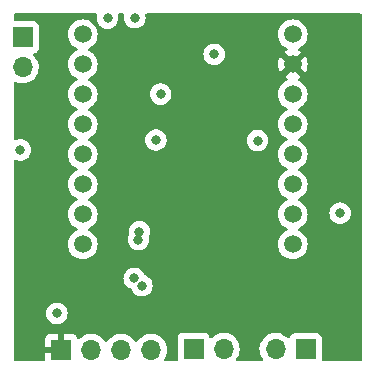
<source format=gbr>
%TF.GenerationSoftware,KiCad,Pcbnew,(6.0.9)*%
%TF.CreationDate,2023-11-13T03:06:44-05:00*%
%TF.ProjectId,ALRT_v1,414c5254-5f76-4312-9e6b-696361645f70,rev?*%
%TF.SameCoordinates,Original*%
%TF.FileFunction,Copper,L3,Inr*%
%TF.FilePolarity,Positive*%
%FSLAX46Y46*%
G04 Gerber Fmt 4.6, Leading zero omitted, Abs format (unit mm)*
G04 Created by KiCad (PCBNEW (6.0.9)) date 2023-11-13 03:06:44*
%MOMM*%
%LPD*%
G01*
G04 APERTURE LIST*
%TA.AperFunction,ComponentPad*%
%ADD10R,1.700000X1.700000*%
%TD*%
%TA.AperFunction,ComponentPad*%
%ADD11O,1.700000X1.700000*%
%TD*%
%TA.AperFunction,ComponentPad*%
%ADD12C,1.500000*%
%TD*%
%TA.AperFunction,ViaPad*%
%ADD13C,0.800000*%
%TD*%
G04 APERTURE END LIST*
D10*
%TO.N,/Vib_out*%
%TO.C,J3*%
X112263000Y-100025200D03*
D11*
%TO.N,GND*%
X114803000Y-100025200D03*
%TD*%
D10*
%TO.N,+3V3*%
%TO.C,J4*%
X101051200Y-100101400D03*
D11*
%TO.N,GND*%
X103591200Y-100101400D03*
%TO.N,/SDA*%
X106131200Y-100101400D03*
%TO.N,/SCL*%
X108671200Y-100101400D03*
%TD*%
D10*
%TO.N,+BATT*%
%TO.C,J1*%
X97790000Y-73660000D03*
D11*
%TO.N,GND*%
X97790000Y-76200000D03*
%TD*%
D10*
%TO.N,/Electrode_p*%
%TO.C,J2*%
X121742200Y-100050600D03*
D11*
%TO.N,/Electrode_n*%
X119202200Y-100050600D03*
%TD*%
D12*
%TO.N,GND*%
%TO.C,U1*%
X120650000Y-73410000D03*
%TO.N,+3V3*%
X120650000Y-75950000D03*
%TO.N,/Vref*%
X120650000Y-78490000D03*
%TO.N,/LED1*%
X120650000Y-81030000D03*
%TO.N,/LED2*%
X120650000Y-83570000D03*
%TO.N,/LED3*%
X120650000Y-86110000D03*
%TO.N,/LED4*%
X120650000Y-88650000D03*
%TO.N,/Shock_chg*%
X120650000Y-91190000D03*
%TO.N,+BATT*%
X102870000Y-73410000D03*
%TO.N,GND*%
X102870000Y-75950000D03*
%TO.N,unconnected-(U1-Pad11)*%
X102870000Y-78490000D03*
%TO.N,/Vib*%
X102870000Y-81030000D03*
%TO.N,/PBNO*%
X102870000Y-83570000D03*
%TO.N,/SDA*%
X102870000Y-86110000D03*
%TO.N,/SCL*%
X102870000Y-88650000D03*
%TO.N,/Shock_dis*%
X102870000Y-91190000D03*
%TD*%
D13*
%TO.N,GND*%
X97600000Y-83198200D03*
X107238800Y-94056200D03*
X100685600Y-97028000D03*
X107878550Y-94683150D03*
X107594400Y-90779600D03*
X107670600Y-90119200D03*
%TO.N,+3V3*%
X112369600Y-78155800D03*
%TO.N,GND*%
X109474000Y-78460600D03*
%TO.N,+3V3*%
X104851200Y-94335600D03*
X106476800Y-78525685D03*
X110955400Y-86241200D03*
X114808000Y-89865200D03*
%TO.N,GND*%
X114008200Y-75094800D03*
X109067600Y-82346800D03*
X117678200Y-82397600D03*
X124663200Y-88544400D03*
%TO.N,/SCL*%
X107289600Y-71983600D03*
%TO.N,/SDA*%
X104978200Y-72034400D03*
%TD*%
%TA.AperFunction,Conductor*%
%TO.N,+3V3*%
G36*
X104049529Y-71648502D02*
G01*
X104096022Y-71702158D01*
X104106126Y-71772432D01*
X104101242Y-71793431D01*
X104084658Y-71844472D01*
X104064696Y-72034400D01*
X104065386Y-72040965D01*
X104079979Y-72179806D01*
X104084658Y-72224328D01*
X104143673Y-72405956D01*
X104146976Y-72411678D01*
X104146977Y-72411679D01*
X104180886Y-72470410D01*
X104239160Y-72571344D01*
X104243578Y-72576251D01*
X104243579Y-72576252D01*
X104324703Y-72666349D01*
X104366947Y-72713266D01*
X104521448Y-72825518D01*
X104527476Y-72828202D01*
X104527478Y-72828203D01*
X104670994Y-72892100D01*
X104695912Y-72903194D01*
X104789312Y-72923047D01*
X104876256Y-72941528D01*
X104876261Y-72941528D01*
X104882713Y-72942900D01*
X105073687Y-72942900D01*
X105080139Y-72941528D01*
X105080144Y-72941528D01*
X105167088Y-72923047D01*
X105260488Y-72903194D01*
X105285406Y-72892100D01*
X105428922Y-72828203D01*
X105428924Y-72828202D01*
X105434952Y-72825518D01*
X105589453Y-72713266D01*
X105631697Y-72666349D01*
X105712821Y-72576252D01*
X105712822Y-72576251D01*
X105717240Y-72571344D01*
X105775514Y-72470410D01*
X105809423Y-72411679D01*
X105809424Y-72411678D01*
X105812727Y-72405956D01*
X105871742Y-72224328D01*
X105876422Y-72179806D01*
X105891014Y-72040965D01*
X105891704Y-72034400D01*
X105871742Y-71844472D01*
X105855159Y-71793435D01*
X105853131Y-71722469D01*
X105889793Y-71661671D01*
X105953505Y-71630346D01*
X105974992Y-71628500D01*
X106276302Y-71628500D01*
X106344423Y-71648502D01*
X106390916Y-71702158D01*
X106401020Y-71772432D01*
X106399058Y-71780846D01*
X106399471Y-71780934D01*
X106398098Y-71787395D01*
X106396058Y-71793672D01*
X106376096Y-71983600D01*
X106376786Y-71990165D01*
X106395255Y-72165885D01*
X106396058Y-72173528D01*
X106455073Y-72355156D01*
X106550560Y-72520544D01*
X106554978Y-72525451D01*
X106554979Y-72525452D01*
X106620267Y-72597962D01*
X106678347Y-72662466D01*
X106832848Y-72774718D01*
X106838876Y-72777402D01*
X106838878Y-72777403D01*
X107001281Y-72849709D01*
X107007312Y-72852394D01*
X107100713Y-72872247D01*
X107187656Y-72890728D01*
X107187661Y-72890728D01*
X107194113Y-72892100D01*
X107385087Y-72892100D01*
X107391539Y-72890728D01*
X107391544Y-72890728D01*
X107478487Y-72872247D01*
X107571888Y-72852394D01*
X107577919Y-72849709D01*
X107740322Y-72777403D01*
X107740324Y-72777402D01*
X107746352Y-72774718D01*
X107900853Y-72662466D01*
X107958933Y-72597962D01*
X108024221Y-72525452D01*
X108024222Y-72525451D01*
X108028640Y-72520544D01*
X108124127Y-72355156D01*
X108183142Y-72173528D01*
X108183946Y-72165885D01*
X108202414Y-71990165D01*
X108203104Y-71983600D01*
X108183142Y-71793672D01*
X108181102Y-71787395D01*
X108179729Y-71780934D01*
X108182717Y-71780299D01*
X108180998Y-71722617D01*
X108217587Y-71661775D01*
X108281261Y-71630372D01*
X108302898Y-71628500D01*
X126365500Y-71628500D01*
X126433621Y-71648502D01*
X126480114Y-71702158D01*
X126491500Y-71754500D01*
X126491500Y-100965500D01*
X126471498Y-101033621D01*
X126417842Y-101080114D01*
X126365500Y-101091500D01*
X123225620Y-101091500D01*
X123157499Y-101071498D01*
X123111006Y-101017842D01*
X123100951Y-100955572D01*
X123100147Y-100955528D01*
X123100331Y-100952131D01*
X123100700Y-100948734D01*
X123100700Y-99152466D01*
X123093945Y-99090284D01*
X123042815Y-98953895D01*
X122955461Y-98837339D01*
X122838905Y-98749985D01*
X122702516Y-98698855D01*
X122640334Y-98692100D01*
X120844066Y-98692100D01*
X120781884Y-98698855D01*
X120645495Y-98749985D01*
X120528939Y-98837339D01*
X120441585Y-98953895D01*
X120438433Y-98962303D01*
X120397119Y-99072507D01*
X120354477Y-99129271D01*
X120287916Y-99153971D01*
X120218567Y-99138763D01*
X120185943Y-99113076D01*
X120135351Y-99057475D01*
X120135342Y-99057466D01*
X120131870Y-99053651D01*
X120127819Y-99050452D01*
X120127815Y-99050448D01*
X119960614Y-98918400D01*
X119960610Y-98918398D01*
X119956559Y-98915198D01*
X119760989Y-98807238D01*
X119756120Y-98805514D01*
X119756116Y-98805512D01*
X119555287Y-98734395D01*
X119555283Y-98734394D01*
X119550412Y-98732669D01*
X119545319Y-98731762D01*
X119545316Y-98731761D01*
X119335573Y-98694400D01*
X119335567Y-98694399D01*
X119330484Y-98693494D01*
X119256652Y-98692592D01*
X119112281Y-98690828D01*
X119112279Y-98690828D01*
X119107111Y-98690765D01*
X118886291Y-98724555D01*
X118673956Y-98793957D01*
X118475807Y-98897107D01*
X118471674Y-98900210D01*
X118471671Y-98900212D01*
X118305405Y-99025048D01*
X118297165Y-99031235D01*
X118272080Y-99057485D01*
X118203480Y-99129271D01*
X118142829Y-99192738D01*
X118139915Y-99197010D01*
X118139914Y-99197011D01*
X118105266Y-99247803D01*
X118016943Y-99377280D01*
X117922888Y-99579905D01*
X117863189Y-99795170D01*
X117839451Y-100017295D01*
X117839748Y-100022448D01*
X117839748Y-100022451D01*
X117844107Y-100098046D01*
X117852310Y-100240315D01*
X117853447Y-100245361D01*
X117853448Y-100245367D01*
X117875680Y-100344014D01*
X117901422Y-100458239D01*
X117985466Y-100665216D01*
X118102187Y-100855688D01*
X118105565Y-100859588D01*
X118105566Y-100859589D01*
X118125848Y-100883003D01*
X118155330Y-100947588D01*
X118145215Y-101017861D01*
X118098714Y-101071509D01*
X118030610Y-101091500D01*
X115955430Y-101091500D01*
X115887309Y-101071498D01*
X115840816Y-101017842D01*
X115830712Y-100947568D01*
X115853107Y-100891974D01*
X115968435Y-100731477D01*
X115971453Y-100727277D01*
X115977019Y-100716016D01*
X116068136Y-100531653D01*
X116068137Y-100531651D01*
X116070430Y-100527011D01*
X116135370Y-100313269D01*
X116164529Y-100091790D01*
X116166156Y-100025200D01*
X116147852Y-99802561D01*
X116093431Y-99585902D01*
X116004354Y-99381040D01*
X115915400Y-99243538D01*
X115885822Y-99197817D01*
X115885820Y-99197814D01*
X115883014Y-99193477D01*
X115732670Y-99028251D01*
X115728619Y-99025052D01*
X115728615Y-99025048D01*
X115561414Y-98893000D01*
X115561410Y-98892998D01*
X115557359Y-98889798D01*
X115361789Y-98781838D01*
X115356920Y-98780114D01*
X115356916Y-98780112D01*
X115156087Y-98708995D01*
X115156083Y-98708994D01*
X115151212Y-98707269D01*
X115146119Y-98706362D01*
X115146116Y-98706361D01*
X114936373Y-98669000D01*
X114936367Y-98668999D01*
X114931284Y-98668094D01*
X114857452Y-98667192D01*
X114713081Y-98665428D01*
X114713079Y-98665428D01*
X114707911Y-98665365D01*
X114487091Y-98699155D01*
X114274756Y-98768557D01*
X114247855Y-98782561D01*
X114128835Y-98844519D01*
X114076607Y-98871707D01*
X114072474Y-98874810D01*
X114072471Y-98874812D01*
X113902100Y-99002730D01*
X113897965Y-99005835D01*
X113821575Y-99085773D01*
X113817283Y-99090264D01*
X113755759Y-99125694D01*
X113684846Y-99122237D01*
X113627060Y-99080991D01*
X113608207Y-99047443D01*
X113566767Y-98936903D01*
X113563615Y-98928495D01*
X113476261Y-98811939D01*
X113359705Y-98724585D01*
X113223316Y-98673455D01*
X113161134Y-98666700D01*
X111364866Y-98666700D01*
X111302684Y-98673455D01*
X111166295Y-98724585D01*
X111049739Y-98811939D01*
X110962385Y-98928495D01*
X110911255Y-99064884D01*
X110904500Y-99127066D01*
X110904500Y-100923334D01*
X110904868Y-100926726D01*
X110904869Y-100926736D01*
X110907602Y-100951894D01*
X110895073Y-101021776D01*
X110846752Y-101073791D01*
X110782339Y-101091500D01*
X109878385Y-101091500D01*
X109810264Y-101071498D01*
X109763771Y-101017842D01*
X109753667Y-100947568D01*
X109776062Y-100891974D01*
X109836635Y-100807677D01*
X109839653Y-100803477D01*
X109875238Y-100731477D01*
X109936336Y-100607853D01*
X109936337Y-100607851D01*
X109938630Y-100603211D01*
X110003570Y-100389469D01*
X110032729Y-100167990D01*
X110034356Y-100101400D01*
X110016052Y-99878761D01*
X109961631Y-99662102D01*
X109872554Y-99457240D01*
X109751214Y-99269677D01*
X109600870Y-99104451D01*
X109596819Y-99101252D01*
X109596815Y-99101248D01*
X109429614Y-98969200D01*
X109429610Y-98969198D01*
X109425559Y-98965998D01*
X109418866Y-98962303D01*
X109357622Y-98928495D01*
X109229989Y-98858038D01*
X109225120Y-98856314D01*
X109225116Y-98856312D01*
X109024287Y-98785195D01*
X109024283Y-98785194D01*
X109019412Y-98783469D01*
X109014319Y-98782562D01*
X109014316Y-98782561D01*
X108804573Y-98745200D01*
X108804567Y-98745199D01*
X108799484Y-98744294D01*
X108725652Y-98743392D01*
X108581281Y-98741628D01*
X108581279Y-98741628D01*
X108576111Y-98741565D01*
X108355291Y-98775355D01*
X108142956Y-98844757D01*
X107944807Y-98947907D01*
X107940674Y-98951010D01*
X107940671Y-98951012D01*
X107770300Y-99078930D01*
X107766165Y-99082035D01*
X107762593Y-99085773D01*
X107635396Y-99218877D01*
X107611829Y-99243538D01*
X107504401Y-99401021D01*
X107449493Y-99446021D01*
X107378968Y-99454192D01*
X107315221Y-99422938D01*
X107294524Y-99398454D01*
X107214022Y-99274017D01*
X107214020Y-99274014D01*
X107211214Y-99269677D01*
X107060870Y-99104451D01*
X107056819Y-99101252D01*
X107056815Y-99101248D01*
X106889614Y-98969200D01*
X106889610Y-98969198D01*
X106885559Y-98965998D01*
X106878866Y-98962303D01*
X106817622Y-98928495D01*
X106689989Y-98858038D01*
X106685120Y-98856314D01*
X106685116Y-98856312D01*
X106484287Y-98785195D01*
X106484283Y-98785194D01*
X106479412Y-98783469D01*
X106474319Y-98782562D01*
X106474316Y-98782561D01*
X106264573Y-98745200D01*
X106264567Y-98745199D01*
X106259484Y-98744294D01*
X106185652Y-98743392D01*
X106041281Y-98741628D01*
X106041279Y-98741628D01*
X106036111Y-98741565D01*
X105815291Y-98775355D01*
X105602956Y-98844757D01*
X105404807Y-98947907D01*
X105400674Y-98951010D01*
X105400671Y-98951012D01*
X105230300Y-99078930D01*
X105226165Y-99082035D01*
X105222593Y-99085773D01*
X105095396Y-99218877D01*
X105071829Y-99243538D01*
X104964401Y-99401021D01*
X104909493Y-99446021D01*
X104838968Y-99454192D01*
X104775221Y-99422938D01*
X104754524Y-99398454D01*
X104674022Y-99274017D01*
X104674020Y-99274014D01*
X104671214Y-99269677D01*
X104520870Y-99104451D01*
X104516819Y-99101252D01*
X104516815Y-99101248D01*
X104349614Y-98969200D01*
X104349610Y-98969198D01*
X104345559Y-98965998D01*
X104338866Y-98962303D01*
X104277622Y-98928495D01*
X104149989Y-98858038D01*
X104145120Y-98856314D01*
X104145116Y-98856312D01*
X103944287Y-98785195D01*
X103944283Y-98785194D01*
X103939412Y-98783469D01*
X103934319Y-98782562D01*
X103934316Y-98782561D01*
X103724573Y-98745200D01*
X103724567Y-98745199D01*
X103719484Y-98744294D01*
X103645652Y-98743392D01*
X103501281Y-98741628D01*
X103501279Y-98741628D01*
X103496111Y-98741565D01*
X103275291Y-98775355D01*
X103062956Y-98844757D01*
X102864807Y-98947907D01*
X102860674Y-98951010D01*
X102860671Y-98951012D01*
X102690300Y-99078930D01*
X102686165Y-99082035D01*
X102682593Y-99085773D01*
X102605098Y-99166866D01*
X102543574Y-99202295D01*
X102472662Y-99198838D01*
X102414876Y-99157592D01*
X102396023Y-99124044D01*
X102354524Y-99013346D01*
X102345986Y-98997751D01*
X102269485Y-98895676D01*
X102256924Y-98883115D01*
X102154849Y-98806614D01*
X102139254Y-98798076D01*
X102018806Y-98752922D01*
X102003551Y-98749295D01*
X101952686Y-98743769D01*
X101945872Y-98743400D01*
X101323315Y-98743400D01*
X101308076Y-98747875D01*
X101306871Y-98749265D01*
X101305200Y-98756948D01*
X101305200Y-100229400D01*
X101285198Y-100297521D01*
X101231542Y-100344014D01*
X101179200Y-100355400D01*
X99711316Y-100355400D01*
X99696077Y-100359875D01*
X99694872Y-100361265D01*
X99693201Y-100368948D01*
X99693201Y-100965500D01*
X99673199Y-101033621D01*
X99619543Y-101080114D01*
X99567201Y-101091500D01*
X97154500Y-101091500D01*
X97086379Y-101071498D01*
X97039886Y-101017842D01*
X97028500Y-100965500D01*
X97028500Y-99829285D01*
X99693200Y-99829285D01*
X99697675Y-99844524D01*
X99699065Y-99845729D01*
X99706748Y-99847400D01*
X100779085Y-99847400D01*
X100794324Y-99842925D01*
X100795529Y-99841535D01*
X100797200Y-99833852D01*
X100797200Y-98761516D01*
X100792725Y-98746277D01*
X100791335Y-98745072D01*
X100783652Y-98743401D01*
X100156531Y-98743401D01*
X100149710Y-98743771D01*
X100098848Y-98749295D01*
X100083596Y-98752921D01*
X99963146Y-98798076D01*
X99947551Y-98806614D01*
X99845476Y-98883115D01*
X99832915Y-98895676D01*
X99756414Y-98997751D01*
X99747876Y-99013346D01*
X99702722Y-99133794D01*
X99699095Y-99149049D01*
X99693569Y-99199914D01*
X99693200Y-99206728D01*
X99693200Y-99829285D01*
X97028500Y-99829285D01*
X97028500Y-97028000D01*
X99772096Y-97028000D01*
X99792058Y-97217928D01*
X99851073Y-97399556D01*
X99946560Y-97564944D01*
X100074347Y-97706866D01*
X100228848Y-97819118D01*
X100234876Y-97821802D01*
X100234878Y-97821803D01*
X100397281Y-97894109D01*
X100403312Y-97896794D01*
X100496712Y-97916647D01*
X100583656Y-97935128D01*
X100583661Y-97935128D01*
X100590113Y-97936500D01*
X100781087Y-97936500D01*
X100787539Y-97935128D01*
X100787544Y-97935128D01*
X100874488Y-97916647D01*
X100967888Y-97896794D01*
X100973919Y-97894109D01*
X101136322Y-97821803D01*
X101136324Y-97821802D01*
X101142352Y-97819118D01*
X101296853Y-97706866D01*
X101424640Y-97564944D01*
X101520127Y-97399556D01*
X101579142Y-97217928D01*
X101599104Y-97028000D01*
X101579142Y-96838072D01*
X101520127Y-96656444D01*
X101424640Y-96491056D01*
X101296853Y-96349134D01*
X101142352Y-96236882D01*
X101136324Y-96234198D01*
X101136322Y-96234197D01*
X100973919Y-96161891D01*
X100973918Y-96161891D01*
X100967888Y-96159206D01*
X100874488Y-96139353D01*
X100787544Y-96120872D01*
X100787539Y-96120872D01*
X100781087Y-96119500D01*
X100590113Y-96119500D01*
X100583661Y-96120872D01*
X100583656Y-96120872D01*
X100496712Y-96139353D01*
X100403312Y-96159206D01*
X100397282Y-96161891D01*
X100397281Y-96161891D01*
X100234878Y-96234197D01*
X100234876Y-96234198D01*
X100228848Y-96236882D01*
X100074347Y-96349134D01*
X99946560Y-96491056D01*
X99851073Y-96656444D01*
X99792058Y-96838072D01*
X99772096Y-97028000D01*
X97028500Y-97028000D01*
X97028500Y-94056200D01*
X106325296Y-94056200D01*
X106345258Y-94246128D01*
X106404273Y-94427756D01*
X106499760Y-94593144D01*
X106504178Y-94598051D01*
X106504179Y-94598052D01*
X106580802Y-94683150D01*
X106627547Y-94735066D01*
X106782048Y-94847318D01*
X106788076Y-94850002D01*
X106788078Y-94850003D01*
X106956512Y-94924994D01*
X106955463Y-94927350D01*
X107004531Y-94960917D01*
X107026806Y-95001719D01*
X107044023Y-95054706D01*
X107139510Y-95220094D01*
X107267297Y-95362016D01*
X107421798Y-95474268D01*
X107427826Y-95476952D01*
X107427828Y-95476953D01*
X107590231Y-95549259D01*
X107596262Y-95551944D01*
X107689662Y-95571797D01*
X107776606Y-95590278D01*
X107776611Y-95590278D01*
X107783063Y-95591650D01*
X107974037Y-95591650D01*
X107980489Y-95590278D01*
X107980494Y-95590278D01*
X108067438Y-95571797D01*
X108160838Y-95551944D01*
X108166869Y-95549259D01*
X108329272Y-95476953D01*
X108329274Y-95476952D01*
X108335302Y-95474268D01*
X108489803Y-95362016D01*
X108617590Y-95220094D01*
X108713077Y-95054706D01*
X108772092Y-94873078D01*
X108774800Y-94847318D01*
X108791364Y-94689715D01*
X108792054Y-94683150D01*
X108772092Y-94493222D01*
X108713077Y-94311594D01*
X108617590Y-94146206D01*
X108542460Y-94062765D01*
X108494225Y-94009195D01*
X108494224Y-94009194D01*
X108489803Y-94004284D01*
X108335302Y-93892032D01*
X108329274Y-93889348D01*
X108329272Y-93889347D01*
X108160838Y-93814356D01*
X108161887Y-93812000D01*
X108112819Y-93778433D01*
X108090544Y-93737631D01*
X108075367Y-93690923D01*
X108073327Y-93684644D01*
X107977840Y-93519256D01*
X107850053Y-93377334D01*
X107695552Y-93265082D01*
X107689524Y-93262398D01*
X107689522Y-93262397D01*
X107527119Y-93190091D01*
X107527118Y-93190091D01*
X107521088Y-93187406D01*
X107427688Y-93167553D01*
X107340744Y-93149072D01*
X107340739Y-93149072D01*
X107334287Y-93147700D01*
X107143313Y-93147700D01*
X107136861Y-93149072D01*
X107136856Y-93149072D01*
X107049913Y-93167553D01*
X106956512Y-93187406D01*
X106950482Y-93190091D01*
X106950481Y-93190091D01*
X106788078Y-93262397D01*
X106788076Y-93262398D01*
X106782048Y-93265082D01*
X106627547Y-93377334D01*
X106499760Y-93519256D01*
X106404273Y-93684644D01*
X106345258Y-93866272D01*
X106344568Y-93872833D01*
X106344568Y-93872835D01*
X106330236Y-94009195D01*
X106325296Y-94056200D01*
X97028500Y-94056200D01*
X97028500Y-91190000D01*
X101606693Y-91190000D01*
X101625885Y-91409371D01*
X101682880Y-91622076D01*
X101726415Y-91715438D01*
X101773618Y-91816666D01*
X101773621Y-91816671D01*
X101775944Y-91821653D01*
X101902251Y-92002038D01*
X102057962Y-92157749D01*
X102238346Y-92284056D01*
X102437924Y-92377120D01*
X102650629Y-92434115D01*
X102870000Y-92453307D01*
X103089371Y-92434115D01*
X103302076Y-92377120D01*
X103501654Y-92284056D01*
X103682038Y-92157749D01*
X103837749Y-92002038D01*
X103964056Y-91821653D01*
X103966379Y-91816671D01*
X103966382Y-91816666D01*
X104013585Y-91715438D01*
X104057120Y-91622076D01*
X104114115Y-91409371D01*
X104133307Y-91190000D01*
X104114115Y-90970629D01*
X104062928Y-90779600D01*
X106680896Y-90779600D01*
X106700858Y-90969528D01*
X106759873Y-91151156D01*
X106855360Y-91316544D01*
X106983147Y-91458466D01*
X107137648Y-91570718D01*
X107143676Y-91573402D01*
X107143678Y-91573403D01*
X107264197Y-91627061D01*
X107312112Y-91648394D01*
X107405513Y-91668247D01*
X107492456Y-91686728D01*
X107492461Y-91686728D01*
X107498913Y-91688100D01*
X107689887Y-91688100D01*
X107696339Y-91686728D01*
X107696344Y-91686728D01*
X107783288Y-91668247D01*
X107876688Y-91648394D01*
X107924603Y-91627061D01*
X108045122Y-91573403D01*
X108045124Y-91573402D01*
X108051152Y-91570718D01*
X108205653Y-91458466D01*
X108333440Y-91316544D01*
X108406500Y-91190000D01*
X119386693Y-91190000D01*
X119405885Y-91409371D01*
X119462880Y-91622076D01*
X119506415Y-91715438D01*
X119553618Y-91816666D01*
X119553621Y-91816671D01*
X119555944Y-91821653D01*
X119682251Y-92002038D01*
X119837962Y-92157749D01*
X120018346Y-92284056D01*
X120217924Y-92377120D01*
X120430629Y-92434115D01*
X120650000Y-92453307D01*
X120869371Y-92434115D01*
X121082076Y-92377120D01*
X121281654Y-92284056D01*
X121462038Y-92157749D01*
X121617749Y-92002038D01*
X121744056Y-91821653D01*
X121746379Y-91816671D01*
X121746382Y-91816666D01*
X121793585Y-91715438D01*
X121837120Y-91622076D01*
X121894115Y-91409371D01*
X121913307Y-91190000D01*
X121894115Y-90970629D01*
X121837120Y-90757924D01*
X121761728Y-90596245D01*
X121746382Y-90563334D01*
X121746379Y-90563329D01*
X121744056Y-90558347D01*
X121714787Y-90516546D01*
X121620908Y-90382473D01*
X121620906Y-90382470D01*
X121617749Y-90377962D01*
X121462038Y-90222251D01*
X121281654Y-90095944D01*
X121276672Y-90093621D01*
X121276667Y-90093618D01*
X121149232Y-90034195D01*
X121095947Y-89987278D01*
X121076486Y-89919001D01*
X121097028Y-89851041D01*
X121149232Y-89805805D01*
X121276667Y-89746382D01*
X121276672Y-89746379D01*
X121281654Y-89744056D01*
X121462038Y-89617749D01*
X121617749Y-89462038D01*
X121624148Y-89452900D01*
X121740899Y-89286162D01*
X121740900Y-89286160D01*
X121744056Y-89281653D01*
X121746379Y-89276671D01*
X121746382Y-89276666D01*
X121834795Y-89087061D01*
X121837120Y-89082076D01*
X121894115Y-88869371D01*
X121913307Y-88650000D01*
X121904068Y-88544400D01*
X123749696Y-88544400D01*
X123769658Y-88734328D01*
X123828673Y-88915956D01*
X123924160Y-89081344D01*
X123928578Y-89086251D01*
X123928579Y-89086252D01*
X124041868Y-89212072D01*
X124051947Y-89223266D01*
X124138516Y-89286162D01*
X124192518Y-89325397D01*
X124206448Y-89335518D01*
X124212476Y-89338202D01*
X124212478Y-89338203D01*
X124374881Y-89410509D01*
X124380912Y-89413194D01*
X124474313Y-89433047D01*
X124561256Y-89451528D01*
X124561261Y-89451528D01*
X124567713Y-89452900D01*
X124758687Y-89452900D01*
X124765139Y-89451528D01*
X124765144Y-89451528D01*
X124852087Y-89433047D01*
X124945488Y-89413194D01*
X124951519Y-89410509D01*
X125113922Y-89338203D01*
X125113924Y-89338202D01*
X125119952Y-89335518D01*
X125133883Y-89325397D01*
X125187884Y-89286162D01*
X125274453Y-89223266D01*
X125284532Y-89212072D01*
X125397821Y-89086252D01*
X125397822Y-89086251D01*
X125402240Y-89081344D01*
X125497727Y-88915956D01*
X125556742Y-88734328D01*
X125576704Y-88544400D01*
X125556742Y-88354472D01*
X125497727Y-88172844D01*
X125402240Y-88007456D01*
X125274453Y-87865534D01*
X125119952Y-87753282D01*
X125113924Y-87750598D01*
X125113922Y-87750597D01*
X124951519Y-87678291D01*
X124951518Y-87678291D01*
X124945488Y-87675606D01*
X124852088Y-87655753D01*
X124765144Y-87637272D01*
X124765139Y-87637272D01*
X124758687Y-87635900D01*
X124567713Y-87635900D01*
X124561261Y-87637272D01*
X124561256Y-87637272D01*
X124474312Y-87655753D01*
X124380912Y-87675606D01*
X124374882Y-87678291D01*
X124374881Y-87678291D01*
X124212478Y-87750597D01*
X124212476Y-87750598D01*
X124206448Y-87753282D01*
X124051947Y-87865534D01*
X123924160Y-88007456D01*
X123828673Y-88172844D01*
X123769658Y-88354472D01*
X123749696Y-88544400D01*
X121904068Y-88544400D01*
X121894115Y-88430629D01*
X121837120Y-88217924D01*
X121793585Y-88124562D01*
X121746382Y-88023334D01*
X121746379Y-88023329D01*
X121744056Y-88018347D01*
X121736430Y-88007456D01*
X121620908Y-87842473D01*
X121620906Y-87842470D01*
X121617749Y-87837962D01*
X121462038Y-87682251D01*
X121281654Y-87555944D01*
X121276672Y-87553621D01*
X121276667Y-87553618D01*
X121149232Y-87494195D01*
X121095947Y-87447278D01*
X121076486Y-87379001D01*
X121097028Y-87311041D01*
X121149232Y-87265805D01*
X121276667Y-87206382D01*
X121276672Y-87206379D01*
X121281654Y-87204056D01*
X121462038Y-87077749D01*
X121617749Y-86922038D01*
X121744056Y-86741653D01*
X121746379Y-86736671D01*
X121746382Y-86736666D01*
X121834795Y-86547061D01*
X121837120Y-86542076D01*
X121894115Y-86329371D01*
X121913307Y-86110000D01*
X121894115Y-85890629D01*
X121837120Y-85677924D01*
X121793585Y-85584562D01*
X121746382Y-85483334D01*
X121746379Y-85483329D01*
X121744056Y-85478347D01*
X121617749Y-85297962D01*
X121462038Y-85142251D01*
X121281654Y-85015944D01*
X121276672Y-85013621D01*
X121276667Y-85013618D01*
X121149232Y-84954195D01*
X121095947Y-84907278D01*
X121076486Y-84839001D01*
X121097028Y-84771041D01*
X121149232Y-84725805D01*
X121276667Y-84666382D01*
X121276672Y-84666379D01*
X121281654Y-84664056D01*
X121462038Y-84537749D01*
X121617749Y-84382038D01*
X121744056Y-84201653D01*
X121746379Y-84196671D01*
X121746382Y-84196666D01*
X121793585Y-84095438D01*
X121837120Y-84002076D01*
X121894115Y-83789371D01*
X121913307Y-83570000D01*
X121894115Y-83350629D01*
X121837120Y-83137924D01*
X121779723Y-83014835D01*
X121746382Y-82943334D01*
X121746379Y-82943329D01*
X121744056Y-82938347D01*
X121740899Y-82933838D01*
X121620908Y-82762473D01*
X121620906Y-82762470D01*
X121617749Y-82757962D01*
X121462038Y-82602251D01*
X121449978Y-82593806D01*
X121359089Y-82530165D01*
X121281654Y-82475944D01*
X121276672Y-82473621D01*
X121276667Y-82473618D01*
X121149232Y-82414195D01*
X121095947Y-82367278D01*
X121076486Y-82299001D01*
X121097028Y-82231041D01*
X121149232Y-82185805D01*
X121276667Y-82126382D01*
X121276672Y-82126379D01*
X121281654Y-82124056D01*
X121462038Y-81997749D01*
X121617749Y-81842038D01*
X121636280Y-81815574D01*
X121740899Y-81666162D01*
X121740900Y-81666160D01*
X121744056Y-81661653D01*
X121746379Y-81656671D01*
X121746382Y-81656666D01*
X121806643Y-81527434D01*
X121837120Y-81462076D01*
X121894115Y-81249371D01*
X121913307Y-81030000D01*
X121894115Y-80810629D01*
X121837120Y-80597924D01*
X121793585Y-80504562D01*
X121746382Y-80403334D01*
X121746379Y-80403329D01*
X121744056Y-80398347D01*
X121617749Y-80217962D01*
X121462038Y-80062251D01*
X121281654Y-79935944D01*
X121276672Y-79933621D01*
X121276667Y-79933618D01*
X121149232Y-79874195D01*
X121095947Y-79827278D01*
X121076486Y-79759001D01*
X121097028Y-79691041D01*
X121149232Y-79645805D01*
X121276667Y-79586382D01*
X121276672Y-79586379D01*
X121281654Y-79584056D01*
X121462038Y-79457749D01*
X121617749Y-79302038D01*
X121651104Y-79254403D01*
X121740899Y-79126162D01*
X121740900Y-79126160D01*
X121744056Y-79121653D01*
X121746379Y-79116671D01*
X121746382Y-79116666D01*
X121834795Y-78927061D01*
X121837120Y-78922076D01*
X121894115Y-78709371D01*
X121913307Y-78490000D01*
X121894115Y-78270629D01*
X121837120Y-78057924D01*
X121793585Y-77964562D01*
X121746382Y-77863334D01*
X121746379Y-77863329D01*
X121744056Y-77858347D01*
X121617749Y-77677962D01*
X121462038Y-77522251D01*
X121444631Y-77510062D01*
X121382759Y-77466739D01*
X121281654Y-77395944D01*
X121276672Y-77393621D01*
X121276667Y-77393618D01*
X121148641Y-77333919D01*
X121095356Y-77287002D01*
X121075895Y-77218724D01*
X121096437Y-77150764D01*
X121148641Y-77105529D01*
X121276416Y-77045947D01*
X121285912Y-77040464D01*
X121327148Y-77011590D01*
X121335523Y-77001112D01*
X121328457Y-76987668D01*
X120662811Y-76322021D01*
X120648868Y-76314408D01*
X120647034Y-76314539D01*
X120640420Y-76318790D01*
X119970820Y-76988391D01*
X119964393Y-77000161D01*
X119973687Y-77012175D01*
X120014088Y-77040464D01*
X120023584Y-77045947D01*
X120151359Y-77105529D01*
X120204644Y-77152446D01*
X120224105Y-77220724D01*
X120203563Y-77288684D01*
X120151359Y-77333919D01*
X120023334Y-77393618D01*
X120023329Y-77393621D01*
X120018347Y-77395944D01*
X120013840Y-77399100D01*
X120013838Y-77399101D01*
X119842473Y-77519092D01*
X119842470Y-77519094D01*
X119837962Y-77522251D01*
X119682251Y-77677962D01*
X119555944Y-77858347D01*
X119553621Y-77863329D01*
X119553618Y-77863334D01*
X119506415Y-77964562D01*
X119462880Y-78057924D01*
X119405885Y-78270629D01*
X119386693Y-78490000D01*
X119405885Y-78709371D01*
X119462880Y-78922076D01*
X119465205Y-78927061D01*
X119553618Y-79116666D01*
X119553621Y-79116671D01*
X119555944Y-79121653D01*
X119559100Y-79126160D01*
X119559101Y-79126162D01*
X119648897Y-79254403D01*
X119682251Y-79302038D01*
X119837962Y-79457749D01*
X120018346Y-79584056D01*
X120023328Y-79586379D01*
X120023333Y-79586382D01*
X120150768Y-79645805D01*
X120204053Y-79692722D01*
X120223514Y-79760999D01*
X120202972Y-79828959D01*
X120150768Y-79874195D01*
X120023334Y-79933618D01*
X120023329Y-79933621D01*
X120018347Y-79935944D01*
X120013840Y-79939100D01*
X120013838Y-79939101D01*
X119842473Y-80059092D01*
X119842470Y-80059094D01*
X119837962Y-80062251D01*
X119682251Y-80217962D01*
X119555944Y-80398347D01*
X119553621Y-80403329D01*
X119553618Y-80403334D01*
X119506415Y-80504562D01*
X119462880Y-80597924D01*
X119405885Y-80810629D01*
X119386693Y-81030000D01*
X119405885Y-81249371D01*
X119462880Y-81462076D01*
X119493357Y-81527434D01*
X119553618Y-81656666D01*
X119553621Y-81656671D01*
X119555944Y-81661653D01*
X119559100Y-81666160D01*
X119559101Y-81666162D01*
X119663721Y-81815574D01*
X119682251Y-81842038D01*
X119837962Y-81997749D01*
X120018346Y-82124056D01*
X120023328Y-82126379D01*
X120023333Y-82126382D01*
X120150768Y-82185805D01*
X120204053Y-82232722D01*
X120223514Y-82300999D01*
X120202972Y-82368959D01*
X120150768Y-82414195D01*
X120023334Y-82473618D01*
X120023329Y-82473621D01*
X120018347Y-82475944D01*
X120013840Y-82479100D01*
X120013838Y-82479101D01*
X119842473Y-82599092D01*
X119842470Y-82599094D01*
X119837962Y-82602251D01*
X119682251Y-82757962D01*
X119679094Y-82762470D01*
X119679092Y-82762473D01*
X119559101Y-82933838D01*
X119555944Y-82938347D01*
X119553621Y-82943329D01*
X119553618Y-82943334D01*
X119520277Y-83014835D01*
X119462880Y-83137924D01*
X119405885Y-83350629D01*
X119386693Y-83570000D01*
X119405885Y-83789371D01*
X119462880Y-84002076D01*
X119506415Y-84095438D01*
X119553618Y-84196666D01*
X119553621Y-84196671D01*
X119555944Y-84201653D01*
X119682251Y-84382038D01*
X119837962Y-84537749D01*
X120018346Y-84664056D01*
X120023328Y-84666379D01*
X120023333Y-84666382D01*
X120150768Y-84725805D01*
X120204053Y-84772722D01*
X120223514Y-84840999D01*
X120202972Y-84908959D01*
X120150768Y-84954195D01*
X120023334Y-85013618D01*
X120023329Y-85013621D01*
X120018347Y-85015944D01*
X120013840Y-85019100D01*
X120013838Y-85019101D01*
X119842473Y-85139092D01*
X119842470Y-85139094D01*
X119837962Y-85142251D01*
X119682251Y-85297962D01*
X119555944Y-85478347D01*
X119553621Y-85483329D01*
X119553618Y-85483334D01*
X119506415Y-85584562D01*
X119462880Y-85677924D01*
X119405885Y-85890629D01*
X119386693Y-86110000D01*
X119405885Y-86329371D01*
X119462880Y-86542076D01*
X119465205Y-86547061D01*
X119553618Y-86736666D01*
X119553621Y-86736671D01*
X119555944Y-86741653D01*
X119682251Y-86922038D01*
X119837962Y-87077749D01*
X120018346Y-87204056D01*
X120023328Y-87206379D01*
X120023333Y-87206382D01*
X120150768Y-87265805D01*
X120204053Y-87312722D01*
X120223514Y-87380999D01*
X120202972Y-87448959D01*
X120150768Y-87494195D01*
X120023334Y-87553618D01*
X120023329Y-87553621D01*
X120018347Y-87555944D01*
X120013840Y-87559100D01*
X120013838Y-87559101D01*
X119842473Y-87679092D01*
X119842470Y-87679094D01*
X119837962Y-87682251D01*
X119682251Y-87837962D01*
X119679094Y-87842470D01*
X119679092Y-87842473D01*
X119563570Y-88007456D01*
X119555944Y-88018347D01*
X119553621Y-88023329D01*
X119553618Y-88023334D01*
X119506415Y-88124562D01*
X119462880Y-88217924D01*
X119405885Y-88430629D01*
X119386693Y-88650000D01*
X119405885Y-88869371D01*
X119462880Y-89082076D01*
X119465205Y-89087061D01*
X119553618Y-89276666D01*
X119553621Y-89276671D01*
X119555944Y-89281653D01*
X119559100Y-89286160D01*
X119559101Y-89286162D01*
X119675853Y-89452900D01*
X119682251Y-89462038D01*
X119837962Y-89617749D01*
X120018346Y-89744056D01*
X120023328Y-89746379D01*
X120023333Y-89746382D01*
X120150768Y-89805805D01*
X120204053Y-89852722D01*
X120223514Y-89920999D01*
X120202972Y-89988959D01*
X120150768Y-90034195D01*
X120023334Y-90093618D01*
X120023329Y-90093621D01*
X120018347Y-90095944D01*
X120013840Y-90099100D01*
X120013838Y-90099101D01*
X119842473Y-90219092D01*
X119842470Y-90219094D01*
X119837962Y-90222251D01*
X119682251Y-90377962D01*
X119679094Y-90382470D01*
X119679092Y-90382473D01*
X119585213Y-90516546D01*
X119555944Y-90558347D01*
X119553621Y-90563329D01*
X119553618Y-90563334D01*
X119538272Y-90596245D01*
X119462880Y-90757924D01*
X119405885Y-90970629D01*
X119386693Y-91190000D01*
X108406500Y-91190000D01*
X108428927Y-91151156D01*
X108487942Y-90969528D01*
X108507904Y-90779600D01*
X108487942Y-90589672D01*
X108486823Y-90586229D01*
X108492138Y-90516546D01*
X108500864Y-90498140D01*
X108505127Y-90490756D01*
X108564142Y-90309128D01*
X108572864Y-90226148D01*
X108583414Y-90125765D01*
X108584104Y-90119200D01*
X108575170Y-90034195D01*
X108564832Y-89935835D01*
X108564832Y-89935833D01*
X108564142Y-89929272D01*
X108505127Y-89747644D01*
X108409640Y-89582256D01*
X108293168Y-89452900D01*
X108286275Y-89445245D01*
X108286274Y-89445244D01*
X108281853Y-89440334D01*
X108182757Y-89368336D01*
X108132694Y-89331963D01*
X108132693Y-89331962D01*
X108127352Y-89328082D01*
X108121324Y-89325398D01*
X108121322Y-89325397D01*
X107958919Y-89253091D01*
X107958918Y-89253091D01*
X107952888Y-89250406D01*
X107843473Y-89227149D01*
X107772544Y-89212072D01*
X107772539Y-89212072D01*
X107766087Y-89210700D01*
X107575113Y-89210700D01*
X107568661Y-89212072D01*
X107568656Y-89212072D01*
X107497727Y-89227149D01*
X107388312Y-89250406D01*
X107382282Y-89253091D01*
X107382281Y-89253091D01*
X107219878Y-89325397D01*
X107219876Y-89325398D01*
X107213848Y-89328082D01*
X107208507Y-89331962D01*
X107208506Y-89331963D01*
X107158443Y-89368336D01*
X107059347Y-89440334D01*
X107054926Y-89445244D01*
X107054925Y-89445245D01*
X107048033Y-89452900D01*
X106931560Y-89582256D01*
X106836073Y-89747644D01*
X106777058Y-89929272D01*
X106776368Y-89935833D01*
X106776368Y-89935835D01*
X106766030Y-90034195D01*
X106757096Y-90119200D01*
X106757786Y-90125765D01*
X106768337Y-90226148D01*
X106777058Y-90309128D01*
X106778177Y-90312571D01*
X106772862Y-90382254D01*
X106764136Y-90400660D01*
X106759873Y-90408044D01*
X106700858Y-90589672D01*
X106680896Y-90779600D01*
X104062928Y-90779600D01*
X104057120Y-90757924D01*
X103981728Y-90596245D01*
X103966382Y-90563334D01*
X103966379Y-90563329D01*
X103964056Y-90558347D01*
X103934787Y-90516546D01*
X103840908Y-90382473D01*
X103840906Y-90382470D01*
X103837749Y-90377962D01*
X103682038Y-90222251D01*
X103501654Y-90095944D01*
X103496672Y-90093621D01*
X103496667Y-90093618D01*
X103369232Y-90034195D01*
X103315947Y-89987278D01*
X103296486Y-89919001D01*
X103317028Y-89851041D01*
X103369232Y-89805805D01*
X103496667Y-89746382D01*
X103496672Y-89746379D01*
X103501654Y-89744056D01*
X103682038Y-89617749D01*
X103837749Y-89462038D01*
X103844148Y-89452900D01*
X103960899Y-89286162D01*
X103960900Y-89286160D01*
X103964056Y-89281653D01*
X103966379Y-89276671D01*
X103966382Y-89276666D01*
X104054795Y-89087061D01*
X104057120Y-89082076D01*
X104114115Y-88869371D01*
X104133307Y-88650000D01*
X104114115Y-88430629D01*
X104057120Y-88217924D01*
X104013585Y-88124562D01*
X103966382Y-88023334D01*
X103966379Y-88023329D01*
X103964056Y-88018347D01*
X103956430Y-88007456D01*
X103840908Y-87842473D01*
X103840906Y-87842470D01*
X103837749Y-87837962D01*
X103682038Y-87682251D01*
X103501654Y-87555944D01*
X103496672Y-87553621D01*
X103496667Y-87553618D01*
X103369232Y-87494195D01*
X103315947Y-87447278D01*
X103296486Y-87379001D01*
X103317028Y-87311041D01*
X103369232Y-87265805D01*
X103496667Y-87206382D01*
X103496672Y-87206379D01*
X103501654Y-87204056D01*
X103682038Y-87077749D01*
X103837749Y-86922038D01*
X103964056Y-86741653D01*
X103966379Y-86736671D01*
X103966382Y-86736666D01*
X104054795Y-86547061D01*
X104057120Y-86542076D01*
X104114115Y-86329371D01*
X104133307Y-86110000D01*
X104114115Y-85890629D01*
X104057120Y-85677924D01*
X104013585Y-85584562D01*
X103966382Y-85483334D01*
X103966379Y-85483329D01*
X103964056Y-85478347D01*
X103837749Y-85297962D01*
X103682038Y-85142251D01*
X103501654Y-85015944D01*
X103496672Y-85013621D01*
X103496667Y-85013618D01*
X103369232Y-84954195D01*
X103315947Y-84907278D01*
X103296486Y-84839001D01*
X103317028Y-84771041D01*
X103369232Y-84725805D01*
X103496667Y-84666382D01*
X103496672Y-84666379D01*
X103501654Y-84664056D01*
X103682038Y-84537749D01*
X103837749Y-84382038D01*
X103964056Y-84201653D01*
X103966379Y-84196671D01*
X103966382Y-84196666D01*
X104013585Y-84095438D01*
X104057120Y-84002076D01*
X104114115Y-83789371D01*
X104133307Y-83570000D01*
X104114115Y-83350629D01*
X104057120Y-83137924D01*
X103999723Y-83014835D01*
X103966382Y-82943334D01*
X103966379Y-82943329D01*
X103964056Y-82938347D01*
X103960899Y-82933838D01*
X103840908Y-82762473D01*
X103840906Y-82762470D01*
X103837749Y-82757962D01*
X103682038Y-82602251D01*
X103669978Y-82593806D01*
X103579089Y-82530165D01*
X103501654Y-82475944D01*
X103496672Y-82473621D01*
X103496667Y-82473618D01*
X103369232Y-82414195D01*
X103315947Y-82367278D01*
X103310110Y-82346800D01*
X108154096Y-82346800D01*
X108174058Y-82536728D01*
X108233073Y-82718356D01*
X108328560Y-82883744D01*
X108332978Y-82888651D01*
X108332979Y-82888652D01*
X108382215Y-82943334D01*
X108456347Y-83025666D01*
X108610848Y-83137918D01*
X108616876Y-83140602D01*
X108616878Y-83140603D01*
X108779281Y-83212909D01*
X108785312Y-83215594D01*
X108878713Y-83235447D01*
X108965656Y-83253928D01*
X108965661Y-83253928D01*
X108972113Y-83255300D01*
X109163087Y-83255300D01*
X109169539Y-83253928D01*
X109169544Y-83253928D01*
X109256487Y-83235447D01*
X109349888Y-83215594D01*
X109355919Y-83212909D01*
X109518322Y-83140603D01*
X109518324Y-83140602D01*
X109524352Y-83137918D01*
X109678853Y-83025666D01*
X109752985Y-82943334D01*
X109802221Y-82888652D01*
X109802222Y-82888651D01*
X109806640Y-82883744D01*
X109902127Y-82718356D01*
X109961142Y-82536728D01*
X109975765Y-82397600D01*
X116764696Y-82397600D01*
X116765386Y-82404165D01*
X116779979Y-82543006D01*
X116784658Y-82587528D01*
X116843673Y-82769156D01*
X116939160Y-82934544D01*
X116943578Y-82939451D01*
X116943579Y-82939452D01*
X117024703Y-83029549D01*
X117066947Y-83076466D01*
X117221448Y-83188718D01*
X117227476Y-83191402D01*
X117227478Y-83191403D01*
X117370994Y-83255300D01*
X117395912Y-83266394D01*
X117489313Y-83286247D01*
X117576256Y-83304728D01*
X117576261Y-83304728D01*
X117582713Y-83306100D01*
X117773687Y-83306100D01*
X117780139Y-83304728D01*
X117780144Y-83304728D01*
X117867087Y-83286247D01*
X117960488Y-83266394D01*
X117985406Y-83255300D01*
X118128922Y-83191403D01*
X118128924Y-83191402D01*
X118134952Y-83188718D01*
X118289453Y-83076466D01*
X118331697Y-83029549D01*
X118412821Y-82939452D01*
X118412822Y-82939451D01*
X118417240Y-82934544D01*
X118512727Y-82769156D01*
X118571742Y-82587528D01*
X118576422Y-82543006D01*
X118591014Y-82404165D01*
X118591704Y-82397600D01*
X118584167Y-82325885D01*
X118572432Y-82214235D01*
X118572432Y-82214233D01*
X118571742Y-82207672D01*
X118512727Y-82026044D01*
X118417240Y-81860656D01*
X118367081Y-81804948D01*
X118293875Y-81723645D01*
X118293874Y-81723644D01*
X118289453Y-81718734D01*
X118134952Y-81606482D01*
X118128924Y-81603798D01*
X118128922Y-81603797D01*
X117966519Y-81531491D01*
X117966518Y-81531491D01*
X117960488Y-81528806D01*
X117867088Y-81508953D01*
X117780144Y-81490472D01*
X117780139Y-81490472D01*
X117773687Y-81489100D01*
X117582713Y-81489100D01*
X117576261Y-81490472D01*
X117576256Y-81490472D01*
X117489312Y-81508953D01*
X117395912Y-81528806D01*
X117389882Y-81531491D01*
X117389881Y-81531491D01*
X117227478Y-81603797D01*
X117227476Y-81603798D01*
X117221448Y-81606482D01*
X117066947Y-81718734D01*
X117062526Y-81723644D01*
X117062525Y-81723645D01*
X116989320Y-81804948D01*
X116939160Y-81860656D01*
X116843673Y-82026044D01*
X116784658Y-82207672D01*
X116783968Y-82214233D01*
X116783968Y-82214235D01*
X116772233Y-82325885D01*
X116764696Y-82397600D01*
X109975765Y-82397600D01*
X109981104Y-82346800D01*
X109969114Y-82232722D01*
X109961832Y-82163435D01*
X109961832Y-82163433D01*
X109961142Y-82156872D01*
X109902127Y-81975244D01*
X109806640Y-81809856D01*
X109724594Y-81718734D01*
X109683275Y-81672845D01*
X109683274Y-81672844D01*
X109678853Y-81667934D01*
X109524352Y-81555682D01*
X109518324Y-81552998D01*
X109518322Y-81552997D01*
X109355919Y-81480691D01*
X109355918Y-81480691D01*
X109349888Y-81478006D01*
X109249958Y-81456765D01*
X109169544Y-81439672D01*
X109169539Y-81439672D01*
X109163087Y-81438300D01*
X108972113Y-81438300D01*
X108965661Y-81439672D01*
X108965656Y-81439672D01*
X108885242Y-81456765D01*
X108785312Y-81478006D01*
X108779282Y-81480691D01*
X108779281Y-81480691D01*
X108616878Y-81552997D01*
X108616876Y-81552998D01*
X108610848Y-81555682D01*
X108456347Y-81667934D01*
X108451926Y-81672844D01*
X108451925Y-81672845D01*
X108410607Y-81718734D01*
X108328560Y-81809856D01*
X108233073Y-81975244D01*
X108174058Y-82156872D01*
X108173368Y-82163433D01*
X108173368Y-82163435D01*
X108166086Y-82232722D01*
X108154096Y-82346800D01*
X103310110Y-82346800D01*
X103296486Y-82299001D01*
X103317028Y-82231041D01*
X103369232Y-82185805D01*
X103496667Y-82126382D01*
X103496672Y-82126379D01*
X103501654Y-82124056D01*
X103682038Y-81997749D01*
X103837749Y-81842038D01*
X103856280Y-81815574D01*
X103960899Y-81666162D01*
X103960900Y-81666160D01*
X103964056Y-81661653D01*
X103966379Y-81656671D01*
X103966382Y-81656666D01*
X104026643Y-81527434D01*
X104057120Y-81462076D01*
X104114115Y-81249371D01*
X104133307Y-81030000D01*
X104114115Y-80810629D01*
X104057120Y-80597924D01*
X104013585Y-80504562D01*
X103966382Y-80403334D01*
X103966379Y-80403329D01*
X103964056Y-80398347D01*
X103837749Y-80217962D01*
X103682038Y-80062251D01*
X103501654Y-79935944D01*
X103496672Y-79933621D01*
X103496667Y-79933618D01*
X103369232Y-79874195D01*
X103315947Y-79827278D01*
X103296486Y-79759001D01*
X103317028Y-79691041D01*
X103369232Y-79645805D01*
X103496667Y-79586382D01*
X103496672Y-79586379D01*
X103501654Y-79584056D01*
X103682038Y-79457749D01*
X103837749Y-79302038D01*
X103871104Y-79254403D01*
X103960899Y-79126162D01*
X103960900Y-79126160D01*
X103964056Y-79121653D01*
X103966379Y-79116671D01*
X103966382Y-79116666D01*
X104054795Y-78927061D01*
X104057120Y-78922076D01*
X104114115Y-78709371D01*
X104133307Y-78490000D01*
X104130735Y-78460600D01*
X108560496Y-78460600D01*
X108580458Y-78650528D01*
X108639473Y-78832156D01*
X108734960Y-78997544D01*
X108862747Y-79139466D01*
X109017248Y-79251718D01*
X109023276Y-79254402D01*
X109023278Y-79254403D01*
X109120137Y-79297527D01*
X109191712Y-79329394D01*
X109285112Y-79349247D01*
X109372056Y-79367728D01*
X109372061Y-79367728D01*
X109378513Y-79369100D01*
X109569487Y-79369100D01*
X109575939Y-79367728D01*
X109575944Y-79367728D01*
X109662888Y-79349247D01*
X109756288Y-79329394D01*
X109827863Y-79297527D01*
X109924722Y-79254403D01*
X109924724Y-79254402D01*
X109930752Y-79251718D01*
X110085253Y-79139466D01*
X110213040Y-78997544D01*
X110308527Y-78832156D01*
X110367542Y-78650528D01*
X110387504Y-78460600D01*
X110367542Y-78270672D01*
X110308527Y-78089044D01*
X110213040Y-77923656D01*
X110085253Y-77781734D01*
X109930752Y-77669482D01*
X109924724Y-77666798D01*
X109924722Y-77666797D01*
X109762319Y-77594491D01*
X109762318Y-77594491D01*
X109756288Y-77591806D01*
X109662888Y-77571953D01*
X109575944Y-77553472D01*
X109575939Y-77553472D01*
X109569487Y-77552100D01*
X109378513Y-77552100D01*
X109372061Y-77553472D01*
X109372056Y-77553472D01*
X109285112Y-77571953D01*
X109191712Y-77591806D01*
X109185682Y-77594491D01*
X109185681Y-77594491D01*
X109023278Y-77666797D01*
X109023276Y-77666798D01*
X109017248Y-77669482D01*
X108862747Y-77781734D01*
X108734960Y-77923656D01*
X108639473Y-78089044D01*
X108580458Y-78270672D01*
X108560496Y-78460600D01*
X104130735Y-78460600D01*
X104114115Y-78270629D01*
X104057120Y-78057924D01*
X104013585Y-77964562D01*
X103966382Y-77863334D01*
X103966379Y-77863329D01*
X103964056Y-77858347D01*
X103837749Y-77677962D01*
X103682038Y-77522251D01*
X103664631Y-77510062D01*
X103602759Y-77466739D01*
X103501654Y-77395944D01*
X103496672Y-77393621D01*
X103496667Y-77393618D01*
X103369232Y-77334195D01*
X103315947Y-77287278D01*
X103296486Y-77219001D01*
X103317028Y-77151041D01*
X103369232Y-77105805D01*
X103496667Y-77046382D01*
X103496672Y-77046379D01*
X103501654Y-77044056D01*
X103682038Y-76917749D01*
X103837749Y-76762038D01*
X103879921Y-76701811D01*
X103960899Y-76586162D01*
X103960900Y-76586160D01*
X103964056Y-76581653D01*
X103966379Y-76576671D01*
X103966382Y-76576666D01*
X104054795Y-76387061D01*
X104057120Y-76382076D01*
X104114115Y-76169371D01*
X104133307Y-75950000D01*
X104114115Y-75730629D01*
X104057120Y-75517924D01*
X104013585Y-75424562D01*
X103966382Y-75323334D01*
X103966379Y-75323329D01*
X103964056Y-75318347D01*
X103940516Y-75284728D01*
X103840908Y-75142473D01*
X103840906Y-75142470D01*
X103837749Y-75137962D01*
X103794587Y-75094800D01*
X113094696Y-75094800D01*
X113095386Y-75101365D01*
X113113410Y-75272851D01*
X113114658Y-75284728D01*
X113173673Y-75466356D01*
X113269160Y-75631744D01*
X113396947Y-75773666D01*
X113551448Y-75885918D01*
X113557476Y-75888602D01*
X113557478Y-75888603D01*
X113702041Y-75952966D01*
X113725912Y-75963594D01*
X113814961Y-75982522D01*
X113906256Y-76001928D01*
X113906261Y-76001928D01*
X113912713Y-76003300D01*
X114103687Y-76003300D01*
X114110139Y-76001928D01*
X114110144Y-76001928D01*
X114201439Y-75982522D01*
X114290488Y-75963594D01*
X114308724Y-75955475D01*
X119387674Y-75955475D01*
X119405901Y-76163804D01*
X119407804Y-76174599D01*
X119461928Y-76376595D01*
X119465674Y-76386887D01*
X119554054Y-76576417D01*
X119559534Y-76585907D01*
X119588411Y-76627149D01*
X119598887Y-76635523D01*
X119612334Y-76628455D01*
X120277979Y-75962811D01*
X120284356Y-75951132D01*
X121014408Y-75951132D01*
X121014539Y-75952966D01*
X121018790Y-75959580D01*
X121688391Y-76629180D01*
X121700161Y-76635607D01*
X121712176Y-76626311D01*
X121740466Y-76585907D01*
X121745946Y-76576417D01*
X121834326Y-76386887D01*
X121838072Y-76376595D01*
X121892196Y-76174599D01*
X121894099Y-76163804D01*
X121912326Y-75955475D01*
X121912326Y-75944525D01*
X121894099Y-75736196D01*
X121892196Y-75725401D01*
X121838072Y-75523405D01*
X121834326Y-75513113D01*
X121745946Y-75323583D01*
X121740466Y-75314093D01*
X121711589Y-75272851D01*
X121701113Y-75264477D01*
X121687666Y-75271545D01*
X121022021Y-75937189D01*
X121014408Y-75951132D01*
X120284356Y-75951132D01*
X120285592Y-75948868D01*
X120285461Y-75947034D01*
X120281210Y-75940420D01*
X119611609Y-75270820D01*
X119599839Y-75264393D01*
X119587824Y-75273689D01*
X119559534Y-75314093D01*
X119554054Y-75323583D01*
X119465674Y-75513113D01*
X119461928Y-75523405D01*
X119407804Y-75725401D01*
X119405901Y-75736196D01*
X119387674Y-75944525D01*
X119387674Y-75955475D01*
X114308724Y-75955475D01*
X114314359Y-75952966D01*
X114458922Y-75888603D01*
X114458924Y-75888602D01*
X114464952Y-75885918D01*
X114619453Y-75773666D01*
X114747240Y-75631744D01*
X114842727Y-75466356D01*
X114901742Y-75284728D01*
X114902991Y-75272851D01*
X114921014Y-75101365D01*
X114921704Y-75094800D01*
X114901742Y-74904872D01*
X114842727Y-74723244D01*
X114747240Y-74557856D01*
X114619453Y-74415934D01*
X114464952Y-74303682D01*
X114458924Y-74300998D01*
X114458922Y-74300997D01*
X114296519Y-74228691D01*
X114296518Y-74228691D01*
X114290488Y-74226006D01*
X114197087Y-74206153D01*
X114110144Y-74187672D01*
X114110139Y-74187672D01*
X114103687Y-74186300D01*
X113912713Y-74186300D01*
X113906261Y-74187672D01*
X113906256Y-74187672D01*
X113819313Y-74206153D01*
X113725912Y-74226006D01*
X113719882Y-74228691D01*
X113719881Y-74228691D01*
X113557478Y-74300997D01*
X113557476Y-74300998D01*
X113551448Y-74303682D01*
X113396947Y-74415934D01*
X113269160Y-74557856D01*
X113173673Y-74723244D01*
X113114658Y-74904872D01*
X113094696Y-75094800D01*
X103794587Y-75094800D01*
X103682038Y-74982251D01*
X103655641Y-74963767D01*
X103564342Y-74899839D01*
X103501654Y-74855944D01*
X103496672Y-74853621D01*
X103496667Y-74853618D01*
X103369232Y-74794195D01*
X103315947Y-74747278D01*
X103296486Y-74679001D01*
X103317028Y-74611041D01*
X103369232Y-74565805D01*
X103496667Y-74506382D01*
X103496672Y-74506379D01*
X103501654Y-74504056D01*
X103620491Y-74420845D01*
X103677527Y-74380908D01*
X103677529Y-74380906D01*
X103682038Y-74377749D01*
X103837749Y-74222038D01*
X103861813Y-74187672D01*
X103960899Y-74046162D01*
X103960900Y-74046160D01*
X103964056Y-74041653D01*
X103966379Y-74036671D01*
X103966382Y-74036666D01*
X104054795Y-73847061D01*
X104057120Y-73842076D01*
X104114115Y-73629371D01*
X104133307Y-73410000D01*
X119386693Y-73410000D01*
X119405885Y-73629371D01*
X119462880Y-73842076D01*
X119465205Y-73847061D01*
X119553618Y-74036666D01*
X119553621Y-74036671D01*
X119555944Y-74041653D01*
X119559100Y-74046160D01*
X119559101Y-74046162D01*
X119658188Y-74187672D01*
X119682251Y-74222038D01*
X119837962Y-74377749D01*
X119842471Y-74380906D01*
X119842473Y-74380908D01*
X119899509Y-74420845D01*
X120018346Y-74504056D01*
X120023328Y-74506379D01*
X120023333Y-74506382D01*
X120151359Y-74566081D01*
X120204644Y-74612998D01*
X120224105Y-74681276D01*
X120203563Y-74749236D01*
X120151359Y-74794471D01*
X120023583Y-74854054D01*
X120014093Y-74859534D01*
X119972851Y-74888411D01*
X119964477Y-74898887D01*
X119971545Y-74912334D01*
X120637189Y-75577979D01*
X120651132Y-75585592D01*
X120652966Y-75585461D01*
X120659580Y-75581210D01*
X121329180Y-74911609D01*
X121335607Y-74899839D01*
X121326313Y-74887825D01*
X121285912Y-74859536D01*
X121276416Y-74854053D01*
X121148641Y-74794471D01*
X121095356Y-74747554D01*
X121075895Y-74679276D01*
X121096437Y-74611316D01*
X121148641Y-74566081D01*
X121276667Y-74506382D01*
X121276672Y-74506379D01*
X121281654Y-74504056D01*
X121400491Y-74420845D01*
X121457527Y-74380908D01*
X121457529Y-74380906D01*
X121462038Y-74377749D01*
X121617749Y-74222038D01*
X121641813Y-74187672D01*
X121740899Y-74046162D01*
X121740900Y-74046160D01*
X121744056Y-74041653D01*
X121746379Y-74036671D01*
X121746382Y-74036666D01*
X121834795Y-73847061D01*
X121837120Y-73842076D01*
X121894115Y-73629371D01*
X121913307Y-73410000D01*
X121894115Y-73190629D01*
X121837120Y-72977924D01*
X121793585Y-72884562D01*
X121746382Y-72783334D01*
X121746379Y-72783329D01*
X121744056Y-72778347D01*
X121740899Y-72773838D01*
X121620908Y-72602473D01*
X121620906Y-72602470D01*
X121617749Y-72597962D01*
X121462038Y-72442251D01*
X121281654Y-72315944D01*
X121082076Y-72222880D01*
X120869371Y-72165885D01*
X120650000Y-72146693D01*
X120430629Y-72165885D01*
X120217924Y-72222880D01*
X120124562Y-72266415D01*
X120023334Y-72313618D01*
X120023329Y-72313621D01*
X120018347Y-72315944D01*
X120013840Y-72319100D01*
X120013838Y-72319101D01*
X119842473Y-72439092D01*
X119842470Y-72439094D01*
X119837962Y-72442251D01*
X119682251Y-72597962D01*
X119679094Y-72602470D01*
X119679092Y-72602473D01*
X119559101Y-72773838D01*
X119555944Y-72778347D01*
X119553621Y-72783329D01*
X119553618Y-72783334D01*
X119506415Y-72884562D01*
X119462880Y-72977924D01*
X119405885Y-73190629D01*
X119386693Y-73410000D01*
X104133307Y-73410000D01*
X104114115Y-73190629D01*
X104057120Y-72977924D01*
X104013585Y-72884562D01*
X103966382Y-72783334D01*
X103966379Y-72783329D01*
X103964056Y-72778347D01*
X103960899Y-72773838D01*
X103840908Y-72602473D01*
X103840906Y-72602470D01*
X103837749Y-72597962D01*
X103682038Y-72442251D01*
X103501654Y-72315944D01*
X103302076Y-72222880D01*
X103089371Y-72165885D01*
X102870000Y-72146693D01*
X102650629Y-72165885D01*
X102437924Y-72222880D01*
X102344562Y-72266415D01*
X102243334Y-72313618D01*
X102243329Y-72313621D01*
X102238347Y-72315944D01*
X102233840Y-72319100D01*
X102233838Y-72319101D01*
X102062473Y-72439092D01*
X102062470Y-72439094D01*
X102057962Y-72442251D01*
X101902251Y-72597962D01*
X101899094Y-72602470D01*
X101899092Y-72602473D01*
X101779101Y-72773838D01*
X101775944Y-72778347D01*
X101773621Y-72783329D01*
X101773618Y-72783334D01*
X101726415Y-72884562D01*
X101682880Y-72977924D01*
X101625885Y-73190629D01*
X101606693Y-73410000D01*
X101625885Y-73629371D01*
X101682880Y-73842076D01*
X101685205Y-73847061D01*
X101773618Y-74036666D01*
X101773621Y-74036671D01*
X101775944Y-74041653D01*
X101779100Y-74046160D01*
X101779101Y-74046162D01*
X101878188Y-74187672D01*
X101902251Y-74222038D01*
X102057962Y-74377749D01*
X102062471Y-74380906D01*
X102062473Y-74380908D01*
X102119509Y-74420845D01*
X102238346Y-74504056D01*
X102243328Y-74506379D01*
X102243333Y-74506382D01*
X102370768Y-74565805D01*
X102424053Y-74612722D01*
X102443514Y-74680999D01*
X102422972Y-74748959D01*
X102370768Y-74794195D01*
X102243334Y-74853618D01*
X102243329Y-74853621D01*
X102238347Y-74855944D01*
X102233840Y-74859100D01*
X102233838Y-74859101D01*
X102062473Y-74979092D01*
X102062470Y-74979094D01*
X102057962Y-74982251D01*
X101902251Y-75137962D01*
X101899094Y-75142470D01*
X101899092Y-75142473D01*
X101799484Y-75284728D01*
X101775944Y-75318347D01*
X101773621Y-75323329D01*
X101773618Y-75323334D01*
X101726415Y-75424562D01*
X101682880Y-75517924D01*
X101625885Y-75730629D01*
X101606693Y-75950000D01*
X101625885Y-76169371D01*
X101682880Y-76382076D01*
X101685205Y-76387061D01*
X101773618Y-76576666D01*
X101773621Y-76576671D01*
X101775944Y-76581653D01*
X101779100Y-76586160D01*
X101779101Y-76586162D01*
X101860080Y-76701811D01*
X101902251Y-76762038D01*
X102057962Y-76917749D01*
X102238346Y-77044056D01*
X102243328Y-77046379D01*
X102243333Y-77046382D01*
X102370768Y-77105805D01*
X102424053Y-77152722D01*
X102443514Y-77220999D01*
X102422972Y-77288959D01*
X102370768Y-77334195D01*
X102243334Y-77393618D01*
X102243329Y-77393621D01*
X102238347Y-77395944D01*
X102233840Y-77399100D01*
X102233838Y-77399101D01*
X102062473Y-77519092D01*
X102062470Y-77519094D01*
X102057962Y-77522251D01*
X101902251Y-77677962D01*
X101775944Y-77858347D01*
X101773621Y-77863329D01*
X101773618Y-77863334D01*
X101726415Y-77964562D01*
X101682880Y-78057924D01*
X101625885Y-78270629D01*
X101606693Y-78490000D01*
X101625885Y-78709371D01*
X101682880Y-78922076D01*
X101685205Y-78927061D01*
X101773618Y-79116666D01*
X101773621Y-79116671D01*
X101775944Y-79121653D01*
X101779100Y-79126160D01*
X101779101Y-79126162D01*
X101868897Y-79254403D01*
X101902251Y-79302038D01*
X102057962Y-79457749D01*
X102238346Y-79584056D01*
X102243328Y-79586379D01*
X102243333Y-79586382D01*
X102370768Y-79645805D01*
X102424053Y-79692722D01*
X102443514Y-79760999D01*
X102422972Y-79828959D01*
X102370768Y-79874195D01*
X102243334Y-79933618D01*
X102243329Y-79933621D01*
X102238347Y-79935944D01*
X102233840Y-79939100D01*
X102233838Y-79939101D01*
X102062473Y-80059092D01*
X102062470Y-80059094D01*
X102057962Y-80062251D01*
X101902251Y-80217962D01*
X101775944Y-80398347D01*
X101773621Y-80403329D01*
X101773618Y-80403334D01*
X101726415Y-80504562D01*
X101682880Y-80597924D01*
X101625885Y-80810629D01*
X101606693Y-81030000D01*
X101625885Y-81249371D01*
X101682880Y-81462076D01*
X101713357Y-81527434D01*
X101773618Y-81656666D01*
X101773621Y-81656671D01*
X101775944Y-81661653D01*
X101779100Y-81666160D01*
X101779101Y-81666162D01*
X101883721Y-81815574D01*
X101902251Y-81842038D01*
X102057962Y-81997749D01*
X102238346Y-82124056D01*
X102243328Y-82126379D01*
X102243333Y-82126382D01*
X102370768Y-82185805D01*
X102424053Y-82232722D01*
X102443514Y-82300999D01*
X102422972Y-82368959D01*
X102370768Y-82414195D01*
X102243334Y-82473618D01*
X102243329Y-82473621D01*
X102238347Y-82475944D01*
X102233840Y-82479100D01*
X102233838Y-82479101D01*
X102062473Y-82599092D01*
X102062470Y-82599094D01*
X102057962Y-82602251D01*
X101902251Y-82757962D01*
X101899094Y-82762470D01*
X101899092Y-82762473D01*
X101779101Y-82933838D01*
X101775944Y-82938347D01*
X101773621Y-82943329D01*
X101773618Y-82943334D01*
X101740277Y-83014835D01*
X101682880Y-83137924D01*
X101625885Y-83350629D01*
X101606693Y-83570000D01*
X101625885Y-83789371D01*
X101682880Y-84002076D01*
X101726415Y-84095438D01*
X101773618Y-84196666D01*
X101773621Y-84196671D01*
X101775944Y-84201653D01*
X101902251Y-84382038D01*
X102057962Y-84537749D01*
X102238346Y-84664056D01*
X102243328Y-84666379D01*
X102243333Y-84666382D01*
X102370768Y-84725805D01*
X102424053Y-84772722D01*
X102443514Y-84840999D01*
X102422972Y-84908959D01*
X102370768Y-84954195D01*
X102243334Y-85013618D01*
X102243329Y-85013621D01*
X102238347Y-85015944D01*
X102233840Y-85019100D01*
X102233838Y-85019101D01*
X102062473Y-85139092D01*
X102062470Y-85139094D01*
X102057962Y-85142251D01*
X101902251Y-85297962D01*
X101775944Y-85478347D01*
X101773621Y-85483329D01*
X101773618Y-85483334D01*
X101726415Y-85584562D01*
X101682880Y-85677924D01*
X101625885Y-85890629D01*
X101606693Y-86110000D01*
X101625885Y-86329371D01*
X101682880Y-86542076D01*
X101685205Y-86547061D01*
X101773618Y-86736666D01*
X101773621Y-86736671D01*
X101775944Y-86741653D01*
X101902251Y-86922038D01*
X102057962Y-87077749D01*
X102238346Y-87204056D01*
X102243328Y-87206379D01*
X102243333Y-87206382D01*
X102370768Y-87265805D01*
X102424053Y-87312722D01*
X102443514Y-87380999D01*
X102422972Y-87448959D01*
X102370768Y-87494195D01*
X102243334Y-87553618D01*
X102243329Y-87553621D01*
X102238347Y-87555944D01*
X102233840Y-87559100D01*
X102233838Y-87559101D01*
X102062473Y-87679092D01*
X102062470Y-87679094D01*
X102057962Y-87682251D01*
X101902251Y-87837962D01*
X101899094Y-87842470D01*
X101899092Y-87842473D01*
X101783570Y-88007456D01*
X101775944Y-88018347D01*
X101773621Y-88023329D01*
X101773618Y-88023334D01*
X101726415Y-88124562D01*
X101682880Y-88217924D01*
X101625885Y-88430629D01*
X101606693Y-88650000D01*
X101625885Y-88869371D01*
X101682880Y-89082076D01*
X101685205Y-89087061D01*
X101773618Y-89276666D01*
X101773621Y-89276671D01*
X101775944Y-89281653D01*
X101779100Y-89286160D01*
X101779101Y-89286162D01*
X101895853Y-89452900D01*
X101902251Y-89462038D01*
X102057962Y-89617749D01*
X102238346Y-89744056D01*
X102243328Y-89746379D01*
X102243333Y-89746382D01*
X102370768Y-89805805D01*
X102424053Y-89852722D01*
X102443514Y-89920999D01*
X102422972Y-89988959D01*
X102370768Y-90034195D01*
X102243334Y-90093618D01*
X102243329Y-90093621D01*
X102238347Y-90095944D01*
X102233840Y-90099100D01*
X102233838Y-90099101D01*
X102062473Y-90219092D01*
X102062470Y-90219094D01*
X102057962Y-90222251D01*
X101902251Y-90377962D01*
X101899094Y-90382470D01*
X101899092Y-90382473D01*
X101805213Y-90516546D01*
X101775944Y-90558347D01*
X101773621Y-90563329D01*
X101773618Y-90563334D01*
X101758272Y-90596245D01*
X101682880Y-90757924D01*
X101625885Y-90970629D01*
X101606693Y-91190000D01*
X97028500Y-91190000D01*
X97028500Y-84132252D01*
X97048502Y-84064131D01*
X97102158Y-84017638D01*
X97172432Y-84007534D01*
X97205749Y-84017145D01*
X97311282Y-84064131D01*
X97317712Y-84066994D01*
X97411113Y-84086847D01*
X97498056Y-84105328D01*
X97498061Y-84105328D01*
X97504513Y-84106700D01*
X97695487Y-84106700D01*
X97701939Y-84105328D01*
X97701944Y-84105328D01*
X97788887Y-84086847D01*
X97882288Y-84066994D01*
X97888319Y-84064309D01*
X98050722Y-83992003D01*
X98050724Y-83992002D01*
X98056752Y-83989318D01*
X98211253Y-83877066D01*
X98290214Y-83789371D01*
X98334621Y-83740052D01*
X98334622Y-83740051D01*
X98339040Y-83735144D01*
X98434527Y-83569756D01*
X98493542Y-83388128D01*
X98498042Y-83345319D01*
X98512814Y-83204765D01*
X98513504Y-83198200D01*
X98501118Y-83080349D01*
X98494232Y-83014835D01*
X98494232Y-83014833D01*
X98493542Y-83008272D01*
X98434527Y-82826644D01*
X98339040Y-82661256D01*
X98211253Y-82519334D01*
X98056752Y-82407082D01*
X98050724Y-82404398D01*
X98050722Y-82404397D01*
X97888319Y-82332091D01*
X97888318Y-82332091D01*
X97882288Y-82329406D01*
X97788888Y-82309553D01*
X97701944Y-82291072D01*
X97701939Y-82291072D01*
X97695487Y-82289700D01*
X97504513Y-82289700D01*
X97498061Y-82291072D01*
X97498056Y-82291072D01*
X97411112Y-82309553D01*
X97317712Y-82329406D01*
X97311682Y-82332091D01*
X97311681Y-82332091D01*
X97205749Y-82379255D01*
X97135382Y-82388689D01*
X97071085Y-82358583D01*
X97033271Y-82298494D01*
X97028500Y-82264148D01*
X97028500Y-77546305D01*
X97048502Y-77478184D01*
X97102158Y-77431691D01*
X97172432Y-77421587D01*
X97200684Y-77430165D01*
X97201000Y-77429338D01*
X97409692Y-77509030D01*
X97414760Y-77510061D01*
X97414763Y-77510062D01*
X97493829Y-77526148D01*
X97628597Y-77553567D01*
X97633772Y-77553757D01*
X97633774Y-77553757D01*
X97846673Y-77561564D01*
X97846677Y-77561564D01*
X97851837Y-77561753D01*
X97856957Y-77561097D01*
X97856959Y-77561097D01*
X98068288Y-77534025D01*
X98068289Y-77534025D01*
X98073416Y-77533368D01*
X98078366Y-77531883D01*
X98282429Y-77470661D01*
X98282434Y-77470659D01*
X98287384Y-77469174D01*
X98487994Y-77370896D01*
X98669860Y-77241173D01*
X98828096Y-77083489D01*
X98859013Y-77040464D01*
X98955435Y-76906277D01*
X98958453Y-76902077D01*
X99057430Y-76701811D01*
X99122370Y-76488069D01*
X99151529Y-76266590D01*
X99153156Y-76200000D01*
X99134852Y-75977361D01*
X99080431Y-75760702D01*
X98991354Y-75555840D01*
X98870014Y-75368277D01*
X98829119Y-75323334D01*
X98722798Y-75206488D01*
X98691746Y-75142642D01*
X98700141Y-75072143D01*
X98745317Y-75017375D01*
X98771761Y-75003706D01*
X98878297Y-74963767D01*
X98886705Y-74960615D01*
X99003261Y-74873261D01*
X99090615Y-74756705D01*
X99141745Y-74620316D01*
X99148500Y-74558134D01*
X99148500Y-72761866D01*
X99141745Y-72699684D01*
X99090615Y-72563295D01*
X99003261Y-72446739D01*
X98886705Y-72359385D01*
X98750316Y-72308255D01*
X98688134Y-72301500D01*
X97154500Y-72301500D01*
X97086379Y-72281498D01*
X97039886Y-72227842D01*
X97028500Y-72175500D01*
X97028500Y-71754500D01*
X97048502Y-71686379D01*
X97102158Y-71639886D01*
X97154500Y-71628500D01*
X103981408Y-71628500D01*
X104049529Y-71648502D01*
G37*
%TD.AperFunction*%
%TD*%
M02*

</source>
